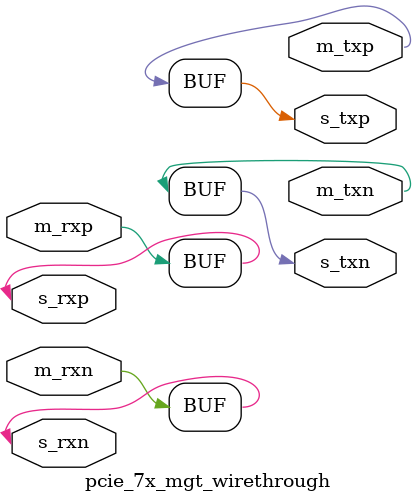
<source format=v>
module pcie_7x_mgt_wirethrough
#(
parameter integer C_TXN_WIDTH = 1,
parameter integer C_HAS_TXN = 1,
parameter integer C_RXN_WIDTH = 1,
parameter integer C_HAS_RXN = 1,
parameter integer C_TXP_WIDTH = 1,
parameter integer C_HAS_TXP = 1,
parameter integer C_RXP_WIDTH = 1,
parameter integer C_HAS_RXP = 1
)
(
(* X_INTERFACE_INFO = "xilinx.com:interface:pcie_7x_mgt_rtl:1.0 M_PCIE_7X_MGT txn " *)
 output wire [((C_TXN_WIDTH>0)?C_TXN_WIDTH:1)-1:0] m_txn,
(* X_INTERFACE_INFO = "xilinx.com:interface:pcie_7x_mgt_rtl:1.0 M_PCIE_7X_MGT rxn " *)
 input wire [((C_RXN_WIDTH>0)?C_RXN_WIDTH:1)-1:0] m_rxn,
(* X_INTERFACE_INFO = "xilinx.com:interface:pcie_7x_mgt_rtl:1.0 M_PCIE_7X_MGT txp " *)
 output wire [((C_TXP_WIDTH>0)?C_TXP_WIDTH:1)-1:0] m_txp,
(* X_INTERFACE_INFO = "xilinx.com:interface:pcie_7x_mgt_rtl:1.0 M_PCIE_7X_MGT rxp " *)
 input wire [((C_RXP_WIDTH>0)?C_RXP_WIDTH:1)-1:0] m_rxp,
(* X_INTERFACE_INFO = "xilinx.com:interface:pcie_7x_mgt_rtl:1.0 S_PCIE_7X_MGT txn " *)
output wire [((C_TXN_WIDTH>0)?C_TXN_WIDTH:1)-1:0] s_txn,
(* X_INTERFACE_INFO = "xilinx.com:interface:pcie_7x_mgt_rtl:1.0 S_PCIE_7X_MGT rxn " *)
input wire [((C_RXN_WIDTH>0)?C_RXN_WIDTH:1)-1:0] s_rxn,
(* X_INTERFACE_INFO = "xilinx.com:interface:pcie_7x_mgt_rtl:1.0 S_PCIE_7X_MGT txp " *)
output wire [((C_TXP_WIDTH>0)?C_TXP_WIDTH:1)-1:0] s_txp,
(* X_INTERFACE_INFO = "xilinx.com:interface:pcie_7x_mgt_rtl:1.0 S_PCIE_7X_MGT rxp " *)
input wire [((C_RXP_WIDTH>0)?C_RXP_WIDTH:1)-1:0] s_rxp
);
assign m_txn = s_txn;
assign s_rxn = m_rxn;
assign m_txp = s_txp;
assign s_rxp = m_rxp;
endmodule

</source>
